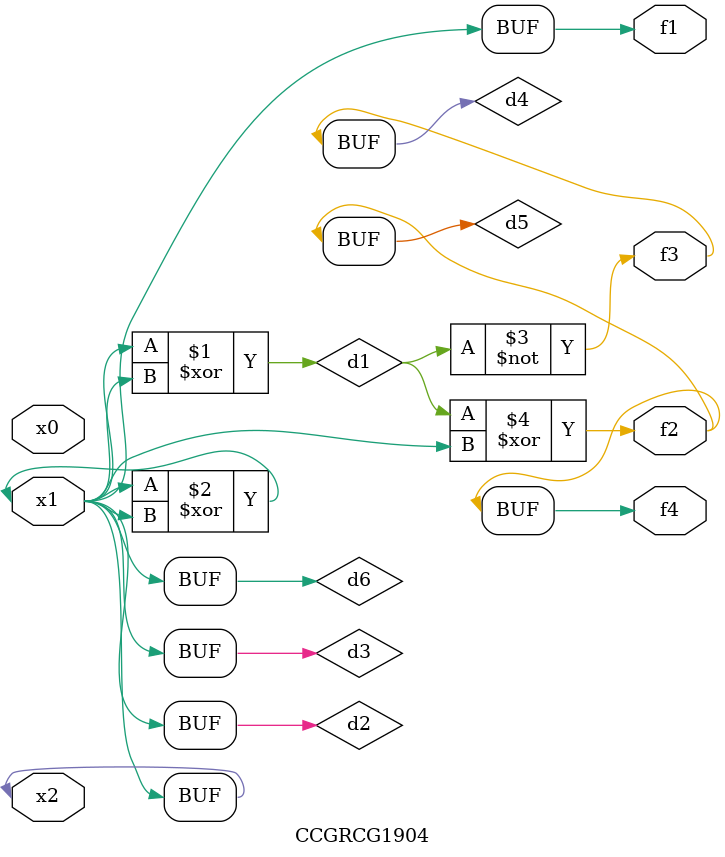
<source format=v>
module CCGRCG1904(
	input x0, x1, x2,
	output f1, f2, f3, f4
);

	wire d1, d2, d3, d4, d5, d6;

	xor (d1, x1, x2);
	buf (d2, x1, x2);
	xor (d3, x1, x2);
	nor (d4, d1);
	xor (d5, d1, d2);
	buf (d6, d2, d3);
	assign f1 = d6;
	assign f2 = d5;
	assign f3 = d4;
	assign f4 = d5;
endmodule

</source>
